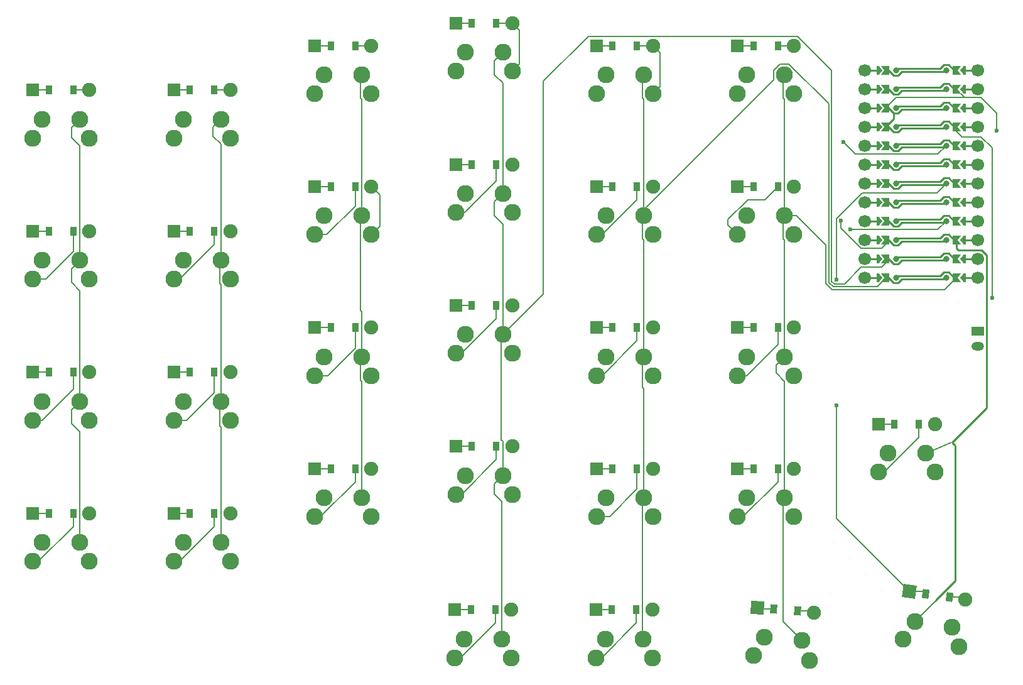
<source format=gbr>
%TF.GenerationSoftware,KiCad,Pcbnew,9.0.5*%
%TF.CreationDate,2025-11-01T14:53:46+08:00*%
%TF.ProjectId,main,6d61696e-2e6b-4696-9361-645f70636258,v1.0.0*%
%TF.SameCoordinates,Original*%
%TF.FileFunction,Copper,L2,Bot*%
%TF.FilePolarity,Positive*%
%FSLAX46Y46*%
G04 Gerber Fmt 4.6, Leading zero omitted, Abs format (unit mm)*
G04 Created by KiCad (PCBNEW 9.0.5) date 2025-11-01 14:53:46*
%MOMM*%
%LPD*%
G01*
G04 APERTURE LIST*
G04 Aperture macros list*
%AMRotRect*
0 Rectangle, with rotation*
0 The origin of the aperture is its center*
0 $1 length*
0 $2 width*
0 $3 Rotation angle, in degrees counterclockwise*
0 Add horizontal line*
21,1,$1,$2,0,0,$3*%
%AMFreePoly0*
4,1,6,0.250000,0.000000,-0.250000,-0.625000,-0.500000,-0.625000,-0.500000,0.625000,-0.250000,0.625000,0.250000,0.000000,0.250000,0.000000,$1*%
%AMFreePoly1*
4,1,6,0.500000,-0.625000,-0.650000,-0.625000,-0.150000,0.000000,-0.650000,0.625000,0.500000,0.625000,0.500000,-0.625000,0.500000,-0.625000,$1*%
G04 Aperture macros list end*
%TA.AperFunction,NonConductor*%
%ADD10C,0.200000*%
%TD*%
%TA.AperFunction,ComponentPad*%
%ADD11C,2.286000*%
%TD*%
%TA.AperFunction,ComponentPad*%
%ADD12R,1.778000X1.778000*%
%TD*%
%TA.AperFunction,SMDPad,CuDef*%
%ADD13R,0.900000X1.200000*%
%TD*%
%TA.AperFunction,ComponentPad*%
%ADD14C,1.905000*%
%TD*%
%TA.AperFunction,ComponentPad*%
%ADD15RotRect,1.778000X1.778000X352.000000*%
%TD*%
%TA.AperFunction,SMDPad,CuDef*%
%ADD16RotRect,0.900000X1.200000X352.000000*%
%TD*%
%TA.AperFunction,SMDPad,CuDef*%
%ADD17FreePoly0,180.000000*%
%TD*%
%TA.AperFunction,ComponentPad*%
%ADD18C,1.700000*%
%TD*%
%TA.AperFunction,SMDPad,CuDef*%
%ADD19FreePoly0,0.000000*%
%TD*%
%TA.AperFunction,SMDPad,CuDef*%
%ADD20FreePoly1,0.000000*%
%TD*%
%TA.AperFunction,ComponentPad*%
%ADD21C,0.800000*%
%TD*%
%TA.AperFunction,SMDPad,CuDef*%
%ADD22FreePoly1,180.000000*%
%TD*%
%TA.AperFunction,ComponentPad*%
%ADD23R,1.700000X1.200000*%
%TD*%
%TA.AperFunction,ComponentPad*%
%ADD24O,1.700000X1.200000*%
%TD*%
%TA.AperFunction,ComponentPad*%
%ADD25RotRect,1.778000X1.778000X355.000000*%
%TD*%
%TA.AperFunction,SMDPad,CuDef*%
%ADD26RotRect,0.900000X1.200000X355.000000*%
%TD*%
%TA.AperFunction,ViaPad*%
%ADD27C,0.600000*%
%TD*%
%TA.AperFunction,Conductor*%
%ADD28C,0.250000*%
%TD*%
%TA.AperFunction,Conductor*%
%ADD29C,0.200000*%
%TD*%
G04 APERTURE END LIST*
D10*
X149600000Y-77000000D02*
X146100000Y-78500000D01*
D11*
%TO.P,S11,1*%
%TO.N,P7*%
X65060000Y-46420000D03*
X70140000Y-46420000D03*
%TO.P,S11,2*%
%TO.N,ring_upper*%
X63790000Y-48960000D03*
X71410000Y-48960000D03*
%TD*%
%TO.P,S23,1*%
%TO.N,P10*%
X122060000Y-46420000D03*
X127140000Y-46420000D03*
%TO.P,S23,2*%
%TO.N,inner_upper*%
X120790000Y-48960000D03*
X128410000Y-48960000D03*
%TD*%
D12*
%TO.P,D4,1*%
%TO.N,P3*%
X25790000Y-29500000D03*
D13*
X27950000Y-29500000D03*
%TO.P,D4,2*%
%TO.N,outer_num*%
X31250000Y-29500000D03*
D14*
X33410000Y-29500000D03*
%TD*%
D12*
%TO.P,D2,1*%
%TO.N,P1*%
X25790000Y-67500000D03*
D13*
X27950000Y-67500000D03*
%TO.P,D2,2*%
%TO.N,outer_home*%
X31250000Y-67500000D03*
D14*
X33410000Y-67500000D03*
%TD*%
D12*
%TO.P,D27,1*%
%TO.N,P4*%
X101690000Y-99500000D03*
D13*
X103850000Y-99500000D03*
%TO.P,D27,2*%
%TO.N,2_top*%
X107150000Y-99500000D03*
D14*
X109310000Y-99500000D03*
%TD*%
D11*
%TO.P,S10,1*%
%TO.N,P7*%
X65060000Y-65420000D03*
X70140000Y-65420000D03*
%TO.P,S10,2*%
%TO.N,ring_home*%
X63790000Y-67960000D03*
X71410000Y-67960000D03*
%TD*%
%TO.P,S3,1*%
%TO.N,P16*%
X27060000Y-52420000D03*
X32140000Y-52420000D03*
%TO.P,S3,2*%
%TO.N,outer_upper*%
X25790000Y-54960000D03*
X33410000Y-54960000D03*
%TD*%
%TO.P,S29,1*%
%TO.N,P14*%
X144691718Y-101115942D03*
X149722280Y-101822938D03*
%TO.P,S29,2*%
%TO.N,4_top*%
X143080578Y-103454470D03*
X150626421Y-104514969D03*
%TD*%
%TO.P,S28,1*%
%TO.N,P10*%
X124412417Y-103217955D03*
X129473086Y-103660707D03*
%TO.P,S28,2*%
%TO.N,3_top*%
X122925874Y-105637602D03*
X130516877Y-106301729D03*
%TD*%
D12*
%TO.P,D25,1*%
%TO.N,P0*%
X139790000Y-74500000D03*
D13*
X141950000Y-74500000D03*
%TO.P,D25,2*%
%TO.N,innest_lower*%
X145250000Y-74500000D03*
D14*
X147410000Y-74500000D03*
%TD*%
D15*
%TO.P,D29,1*%
%TO.N,P4*%
X143979637Y-97057336D03*
D16*
X146118616Y-97357951D03*
%TO.P,D29,2*%
%TO.N,4_top*%
X149386500Y-97817223D03*
D14*
X151525479Y-98117838D03*
%TD*%
D11*
%TO.P,S24,1*%
%TO.N,P10*%
X122060000Y-27420000D03*
X127140000Y-27420000D03*
%TO.P,S24,2*%
%TO.N,inner_num*%
X120790000Y-29960000D03*
X128410000Y-29960000D03*
%TD*%
D12*
%TO.P,D8,1*%
%TO.N,P3*%
X44790000Y-29500000D03*
D13*
X46950000Y-29500000D03*
%TO.P,D8,2*%
%TO.N,pinkie_num*%
X50250000Y-29500000D03*
D14*
X52410000Y-29500000D03*
%TD*%
D12*
%TO.P,D9,1*%
%TO.N,P0*%
X63790000Y-80500000D03*
D13*
X65950000Y-80500000D03*
%TO.P,D9,2*%
%TO.N,ring_lower*%
X69250000Y-80500000D03*
D14*
X71410000Y-80500000D03*
%TD*%
D12*
%TO.P,D15,1*%
%TO.N,P2*%
X82790000Y-39500000D03*
D13*
X84950000Y-39500000D03*
%TO.P,D15,2*%
%TO.N,middle_upper*%
X88250000Y-39500000D03*
D14*
X90410000Y-39500000D03*
%TD*%
D12*
%TO.P,D23,1*%
%TO.N,P2*%
X120790000Y-42500000D03*
D13*
X122950000Y-42500000D03*
%TO.P,D23,2*%
%TO.N,inner_upper*%
X126250000Y-42500000D03*
D14*
X128410000Y-42500000D03*
%TD*%
D12*
%TO.P,D7,1*%
%TO.N,P2*%
X44790000Y-48500000D03*
D13*
X46950000Y-48500000D03*
%TO.P,D7,2*%
%TO.N,pinkie_upper*%
X50250000Y-48500000D03*
D14*
X52410000Y-48500000D03*
%TD*%
D12*
%TO.P,D14,1*%
%TO.N,P1*%
X82790000Y-58500000D03*
D13*
X84950000Y-58500000D03*
%TO.P,D14,2*%
%TO.N,middle_home*%
X88250000Y-58500000D03*
D14*
X90410000Y-58500000D03*
%TD*%
D12*
%TO.P,D16,1*%
%TO.N,P3*%
X82790000Y-20500000D03*
D13*
X84950000Y-20500000D03*
%TO.P,D16,2*%
%TO.N,middle_num*%
X88250000Y-20500000D03*
D14*
X90410000Y-20500000D03*
%TD*%
D11*
%TO.P,S18,1*%
%TO.N,P9*%
X103060000Y-65420000D03*
X108140000Y-65420000D03*
%TO.P,S18,2*%
%TO.N,index_home*%
X101790000Y-67960000D03*
X109410000Y-67960000D03*
%TD*%
%TO.P,S15,1*%
%TO.N,P8*%
X84060000Y-43420000D03*
X89140000Y-43420000D03*
%TO.P,S15,2*%
%TO.N,middle_upper*%
X82790000Y-45960000D03*
X90410000Y-45960000D03*
%TD*%
%TO.P,S1,1*%
%TO.N,P16*%
X27060000Y-90420000D03*
X32140000Y-90420000D03*
%TO.P,S1,2*%
%TO.N,outer_lower*%
X25790000Y-92960000D03*
X33410000Y-92960000D03*
%TD*%
%TO.P,S27,1*%
%TO.N,P9*%
X102960000Y-103420000D03*
X108040000Y-103420000D03*
%TO.P,S27,2*%
%TO.N,2_top*%
X101690000Y-105960000D03*
X109310000Y-105960000D03*
%TD*%
%TO.P,S14,1*%
%TO.N,P8*%
X84060000Y-62420000D03*
X89140000Y-62420000D03*
%TO.P,S14,2*%
%TO.N,middle_home*%
X82790000Y-64960000D03*
X90410000Y-64960000D03*
%TD*%
%TO.P,S6,1*%
%TO.N,P6*%
X46060000Y-71420000D03*
X51140000Y-71420000D03*
%TO.P,S6,2*%
%TO.N,pinkie_home*%
X44790000Y-73960000D03*
X52410000Y-73960000D03*
%TD*%
%TO.P,S13,1*%
%TO.N,P8*%
X84060000Y-81420000D03*
X89140000Y-81420000D03*
%TO.P,S13,2*%
%TO.N,middle_lower*%
X82790000Y-83960000D03*
X90410000Y-83960000D03*
%TD*%
%TO.P,S2,1*%
%TO.N,P16*%
X27060000Y-71420000D03*
X32140000Y-71420000D03*
%TO.P,S2,2*%
%TO.N,outer_home*%
X25790000Y-73960000D03*
X33410000Y-73960000D03*
%TD*%
D12*
%TO.P,D17,1*%
%TO.N,P0*%
X101790000Y-80500000D03*
D13*
X103950000Y-80500000D03*
%TO.P,D17,2*%
%TO.N,index_lower*%
X107250000Y-80500000D03*
D14*
X109410000Y-80500000D03*
%TD*%
D17*
%TO.P,MCU1,1*%
%TO.N,MCU1_1*%
X151055000Y-26800000D03*
D18*
X153175000Y-26800000D03*
D17*
%TO.P,MCU1,2*%
%TO.N,MCU1_2*%
X151055000Y-29340000D03*
D18*
X153175000Y-29340000D03*
D17*
%TO.P,MCU1,3*%
%TO.N,MCU1_3*%
X151055000Y-31880000D03*
D18*
X153175000Y-31880000D03*
D17*
%TO.P,MCU1,4*%
%TO.N,MCU1_4*%
X151055000Y-34420000D03*
D18*
X153175000Y-34420000D03*
D17*
%TO.P,MCU1,5*%
%TO.N,MCU1_5*%
X151055000Y-36960000D03*
D18*
X153175000Y-36960000D03*
D17*
%TO.P,MCU1,6*%
%TO.N,MCU1_6*%
X151055000Y-39500000D03*
D18*
X153175000Y-39500000D03*
D17*
%TO.P,MCU1,7*%
%TO.N,MCU1_7*%
X151055000Y-42040000D03*
D18*
X153175000Y-42040000D03*
D17*
%TO.P,MCU1,8*%
%TO.N,MCU1_8*%
X151055000Y-44580000D03*
D18*
X153175000Y-44580000D03*
D17*
%TO.P,MCU1,9*%
%TO.N,MCU1_9*%
X151055000Y-47120000D03*
D18*
X153175000Y-47120000D03*
D17*
%TO.P,MCU1,10*%
%TO.N,MCU1_10*%
X151055000Y-49660000D03*
D18*
X153175000Y-49660000D03*
D17*
%TO.P,MCU1,11*%
%TO.N,MCU1_11*%
X151055000Y-52200000D03*
D18*
X153175000Y-52200000D03*
D17*
%TO.P,MCU1,12*%
%TO.N,MCU1_12*%
X151055000Y-54740000D03*
D18*
X153175000Y-54740000D03*
%TO.P,MCU1,13*%
%TO.N,MCU1_13*%
X137935000Y-54740000D03*
D19*
X140055000Y-54740000D03*
D18*
%TO.P,MCU1,14*%
%TO.N,MCU1_14*%
X137935000Y-52200000D03*
D19*
X140055000Y-52200000D03*
D18*
%TO.P,MCU1,15*%
%TO.N,MCU1_15*%
X137935000Y-49660000D03*
D19*
X140055000Y-49660000D03*
D18*
%TO.P,MCU1,16*%
%TO.N,MCU1_16*%
X137935000Y-47120000D03*
D19*
X140055000Y-47120000D03*
D18*
%TO.P,MCU1,17*%
%TO.N,MCU1_17*%
X137935000Y-44580000D03*
D19*
X140055000Y-44580000D03*
D18*
%TO.P,MCU1,18*%
%TO.N,MCU1_18*%
X137935000Y-42040000D03*
D19*
X140055000Y-42040000D03*
D18*
%TO.P,MCU1,19*%
%TO.N,MCU1_19*%
X137935000Y-39500000D03*
D19*
X140055000Y-39500000D03*
D18*
%TO.P,MCU1,20*%
%TO.N,MCU1_20*%
X137935000Y-36960000D03*
D19*
X140055000Y-36960000D03*
D18*
%TO.P,MCU1,21*%
%TO.N,MCU1_21*%
X137935000Y-34420000D03*
D19*
X140055000Y-34420000D03*
D18*
%TO.P,MCU1,22*%
%TO.N,MCU1_22*%
X137935000Y-31880000D03*
D19*
X140055000Y-31880000D03*
D18*
%TO.P,MCU1,23*%
%TO.N,MCU1_23*%
X137935000Y-29340000D03*
D19*
X140055000Y-29340000D03*
D18*
%TO.P,MCU1,24*%
%TO.N,MCU1_24*%
X137935000Y-26800000D03*
D19*
X140055000Y-26800000D03*
D20*
%TO.P,MCU1,101*%
%TO.N,P1*%
X140780000Y-26800000D03*
D21*
X148955000Y-26800000D03*
D20*
%TO.P,MCU1,102*%
%TO.N,P0*%
X140780000Y-29340000D03*
D21*
X148955000Y-29340000D03*
D20*
%TO.P,MCU1,103*%
%TO.N,GND*%
X140780000Y-31880000D03*
D21*
X148955000Y-31880000D03*
D20*
%TO.P,MCU1,104*%
X140780000Y-34420000D03*
D21*
X148955000Y-34420000D03*
D20*
%TO.P,MCU1,105*%
%TO.N,P2*%
X140780000Y-36960000D03*
D21*
X148955000Y-36960000D03*
D20*
%TO.P,MCU1,106*%
%TO.N,P3*%
X140780000Y-39500000D03*
D21*
X148955000Y-39500000D03*
D20*
%TO.P,MCU1,107*%
%TO.N,P4*%
X140780000Y-42040000D03*
D21*
X148955000Y-42040000D03*
D20*
%TO.P,MCU1,108*%
%TO.N,P5*%
X140780000Y-44580000D03*
D21*
X148955000Y-44580000D03*
D20*
%TO.P,MCU1,109*%
%TO.N,P6*%
X140780000Y-47120000D03*
D21*
X148955000Y-47120000D03*
D20*
%TO.P,MCU1,110*%
%TO.N,P7*%
X140780000Y-49660000D03*
D21*
X148955000Y-49660000D03*
D20*
%TO.P,MCU1,111*%
%TO.N,P8*%
X140780000Y-52200000D03*
D21*
X148955000Y-52200000D03*
D20*
%TO.P,MCU1,112*%
%TO.N,P9*%
X140780000Y-54740000D03*
D21*
X148955000Y-54740000D03*
%TO.P,MCU1,113*%
%TO.N,P10*%
X142155000Y-54740000D03*
D22*
X150330000Y-54740000D03*
D21*
%TO.P,MCU1,114*%
%TO.N,P16*%
X142155000Y-52200000D03*
D22*
X150330000Y-52200000D03*
D21*
%TO.P,MCU1,115*%
%TO.N,P14*%
X142155000Y-49660000D03*
D22*
X150330000Y-49660000D03*
D21*
%TO.P,MCU1,116*%
%TO.N,P15*%
X142155000Y-47120000D03*
D22*
X150330000Y-47120000D03*
D21*
%TO.P,MCU1,117*%
%TO.N,P18*%
X142155000Y-44580000D03*
D22*
X150330000Y-44580000D03*
D21*
%TO.P,MCU1,118*%
%TO.N,P19*%
X142155000Y-42040000D03*
D22*
X150330000Y-42040000D03*
D21*
%TO.P,MCU1,119*%
%TO.N,P20*%
X142155000Y-39500000D03*
D22*
X150330000Y-39500000D03*
D21*
%TO.P,MCU1,120*%
%TO.N,P21*%
X142155000Y-36960000D03*
D22*
X150330000Y-36960000D03*
D21*
%TO.P,MCU1,121*%
%TO.N,VCC*%
X142155000Y-34420000D03*
D22*
X150330000Y-34420000D03*
D21*
%TO.P,MCU1,122*%
%TO.N,RST*%
X142155000Y-31880000D03*
D22*
X150330000Y-31880000D03*
D21*
%TO.P,MCU1,123*%
%TO.N,GND*%
X142155000Y-29340000D03*
D22*
X150330000Y-29340000D03*
D21*
%TO.P,MCU1,124*%
%TO.N,RAW*%
X142155000Y-26800000D03*
D22*
X150330000Y-26800000D03*
%TD*%
D11*
%TO.P,S4,1*%
%TO.N,P16*%
X27060000Y-33420000D03*
X32140000Y-33420000D03*
%TO.P,S4,2*%
%TO.N,outer_num*%
X25790000Y-35960000D03*
X33410000Y-35960000D03*
%TD*%
%TO.P,S26,1*%
%TO.N,P8*%
X83960000Y-103420000D03*
X89040000Y-103420000D03*
%TO.P,S26,2*%
%TO.N,1_top*%
X82690000Y-105960000D03*
X90310000Y-105960000D03*
%TD*%
D12*
%TO.P,D18,1*%
%TO.N,P1*%
X101790000Y-61500000D03*
D13*
X103950000Y-61500000D03*
%TO.P,D18,2*%
%TO.N,index_home*%
X107250000Y-61500000D03*
D14*
X109410000Y-61500000D03*
%TD*%
D12*
%TO.P,D19,1*%
%TO.N,P2*%
X101790000Y-42500000D03*
D13*
X103950000Y-42500000D03*
%TO.P,D19,2*%
%TO.N,index_upper*%
X107250000Y-42500000D03*
D14*
X109410000Y-42500000D03*
%TD*%
D12*
%TO.P,D3,1*%
%TO.N,P2*%
X25790000Y-48500000D03*
D13*
X27950000Y-48500000D03*
%TO.P,D3,2*%
%TO.N,outer_upper*%
X31250000Y-48500000D03*
D14*
X33410000Y-48500000D03*
%TD*%
D12*
%TO.P,D22,1*%
%TO.N,P1*%
X120790000Y-61500000D03*
D13*
X122950000Y-61500000D03*
%TO.P,D22,2*%
%TO.N,inner_home*%
X126250000Y-61500000D03*
D14*
X128410000Y-61500000D03*
%TD*%
D11*
%TO.P,S21,1*%
%TO.N,P10*%
X122060000Y-84420000D03*
X127140000Y-84420000D03*
%TO.P,S21,2*%
%TO.N,inner_lower*%
X120790000Y-86960000D03*
X128410000Y-86960000D03*
%TD*%
D12*
%TO.P,D13,1*%
%TO.N,P0*%
X82790000Y-77500000D03*
D13*
X84950000Y-77500000D03*
%TO.P,D13,2*%
%TO.N,middle_lower*%
X88250000Y-77500000D03*
D14*
X90410000Y-77500000D03*
%TD*%
D11*
%TO.P,S9,1*%
%TO.N,P7*%
X65060000Y-84420000D03*
X70140000Y-84420000D03*
%TO.P,S9,2*%
%TO.N,ring_lower*%
X63790000Y-86960000D03*
X71410000Y-86960000D03*
%TD*%
D12*
%TO.P,D6,1*%
%TO.N,P1*%
X44790000Y-67500000D03*
D13*
X46950000Y-67500000D03*
%TO.P,D6,2*%
%TO.N,pinkie_home*%
X50250000Y-67500000D03*
D14*
X52410000Y-67500000D03*
%TD*%
D11*
%TO.P,S17,1*%
%TO.N,P9*%
X103060000Y-84420000D03*
X108140000Y-84420000D03*
%TO.P,S17,2*%
%TO.N,index_lower*%
X101790000Y-86960000D03*
X109410000Y-86960000D03*
%TD*%
D23*
%TO.P,JST1,1*%
%TO.N,VCC*%
X153175000Y-61980000D03*
D24*
%TO.P,JST1,2*%
%TO.N,GND*%
X153175000Y-63980000D03*
%TD*%
D11*
%TO.P,S7,1*%
%TO.N,P6*%
X46060000Y-52420000D03*
X51140000Y-52420000D03*
%TO.P,S7,2*%
%TO.N,pinkie_upper*%
X44790000Y-54960000D03*
X52410000Y-54960000D03*
%TD*%
D12*
%TO.P,D12,1*%
%TO.N,P3*%
X63790000Y-23500000D03*
D13*
X65950000Y-23500000D03*
%TO.P,D12,2*%
%TO.N,ring_num*%
X69250000Y-23500000D03*
D14*
X71410000Y-23500000D03*
%TD*%
D12*
%TO.P,D20,1*%
%TO.N,P3*%
X101790000Y-23500000D03*
D13*
X103950000Y-23500000D03*
%TO.P,D20,2*%
%TO.N,index_num*%
X107250000Y-23500000D03*
D14*
X109410000Y-23500000D03*
%TD*%
D12*
%TO.P,D26,1*%
%TO.N,P4*%
X82690000Y-99500000D03*
D13*
X84850000Y-99500000D03*
%TO.P,D26,2*%
%TO.N,1_top*%
X88150000Y-99500000D03*
D14*
X90310000Y-99500000D03*
%TD*%
D11*
%TO.P,S12,1*%
%TO.N,P7*%
X65060000Y-27420000D03*
X70140000Y-27420000D03*
%TO.P,S12,2*%
%TO.N,ring_num*%
X63790000Y-29960000D03*
X71410000Y-29960000D03*
%TD*%
D25*
%TO.P,D28,1*%
%TO.N,P4*%
X123488900Y-99202185D03*
D26*
X125640681Y-99390441D03*
%TO.P,D28,2*%
%TO.N,3_top*%
X128928123Y-99678055D03*
D14*
X131079904Y-99866311D03*
%TD*%
D11*
%TO.P,S20,1*%
%TO.N,P9*%
X103060000Y-27420000D03*
X108140000Y-27420000D03*
%TO.P,S20,2*%
%TO.N,index_num*%
X101790000Y-29960000D03*
X109410000Y-29960000D03*
%TD*%
%TO.P,S22,1*%
%TO.N,P10*%
X122060000Y-65420000D03*
X127140000Y-65420000D03*
%TO.P,S22,2*%
%TO.N,inner_home*%
X120790000Y-67960000D03*
X128410000Y-67960000D03*
%TD*%
D12*
%TO.P,D11,1*%
%TO.N,P2*%
X63790000Y-42500000D03*
D13*
X65950000Y-42500000D03*
%TO.P,D11,2*%
%TO.N,ring_upper*%
X69250000Y-42500000D03*
D14*
X71410000Y-42500000D03*
%TD*%
D12*
%TO.P,D1,1*%
%TO.N,P0*%
X25790000Y-86500000D03*
D13*
X27950000Y-86500000D03*
%TO.P,D1,2*%
%TO.N,outer_lower*%
X31250000Y-86500000D03*
D14*
X33410000Y-86500000D03*
%TD*%
D11*
%TO.P,S5,1*%
%TO.N,P6*%
X46060000Y-90420000D03*
X51140000Y-90420000D03*
%TO.P,S5,2*%
%TO.N,pinkie_lower*%
X44790000Y-92960000D03*
X52410000Y-92960000D03*
%TD*%
D12*
%TO.P,D24,1*%
%TO.N,P3*%
X120790000Y-23500000D03*
D13*
X122950000Y-23500000D03*
%TO.P,D24,2*%
%TO.N,inner_num*%
X126250000Y-23500000D03*
D14*
X128410000Y-23500000D03*
%TD*%
D11*
%TO.P,S16,1*%
%TO.N,P8*%
X84060000Y-24420000D03*
X89140000Y-24420000D03*
%TO.P,S16,2*%
%TO.N,middle_num*%
X82790000Y-26960000D03*
X90410000Y-26960000D03*
%TD*%
D12*
%TO.P,D21,1*%
%TO.N,P0*%
X120790000Y-80500000D03*
D13*
X122950000Y-80500000D03*
%TO.P,D21,2*%
%TO.N,inner_lower*%
X126250000Y-80500000D03*
D14*
X128410000Y-80500000D03*
%TD*%
D11*
%TO.P,S25,1*%
%TO.N,P11*%
X141060000Y-78420000D03*
X146140000Y-78420000D03*
%TO.P,S25,2*%
%TO.N,innest_lower*%
X139790000Y-80960000D03*
X147410000Y-80960000D03*
%TD*%
D12*
%TO.P,D5,1*%
%TO.N,P0*%
X44790000Y-86500000D03*
D13*
X46950000Y-86500000D03*
%TO.P,D5,2*%
%TO.N,pinkie_lower*%
X50250000Y-86500000D03*
D14*
X52410000Y-86500000D03*
%TD*%
D12*
%TO.P,D10,1*%
%TO.N,P1*%
X63790000Y-61500000D03*
D13*
X65950000Y-61500000D03*
%TO.P,D10,2*%
%TO.N,ring_home*%
X69250000Y-61500000D03*
D14*
X71410000Y-61500000D03*
%TD*%
D11*
%TO.P,S19,1*%
%TO.N,P9*%
X103060000Y-46420000D03*
X108140000Y-46420000D03*
%TO.P,S19,2*%
%TO.N,index_upper*%
X101790000Y-48960000D03*
X109410000Y-48960000D03*
%TD*%
%TO.P,S8,1*%
%TO.N,P6*%
X46060000Y-33420000D03*
X51140000Y-33420000D03*
%TO.P,S8,2*%
%TO.N,pinkie_num*%
X44790000Y-35960000D03*
X52410000Y-35960000D03*
%TD*%
D27*
%TO.N,P6*%
X135990235Y-48261235D03*
%TO.N,P7*%
X134700000Y-47101827D03*
%TO.N,P2*%
X135100000Y-36500000D03*
%TO.N,P4*%
X134100000Y-55000000D03*
X134100000Y-72000000D03*
%TO.N,GND*%
X155728000Y-35000000D03*
%TO.N,VCC*%
X155100000Y-57500000D03*
%TD*%
D28*
%TO.N,P14*%
X150330000Y-50804000D02*
X150330000Y-49660000D01*
X150550000Y-51024000D02*
X150330000Y-50804000D01*
D29*
%TO.N,3_top*%
X130891648Y-99678055D02*
X131079904Y-99866311D01*
X128928123Y-99678055D02*
X130891648Y-99678055D01*
%TO.N,P4*%
X123677156Y-99390441D02*
X123488900Y-99202185D01*
X125640681Y-99390441D02*
X123677156Y-99390441D01*
%TO.N,4_top*%
X151224864Y-97817223D02*
X151525479Y-98117838D01*
X149386500Y-97817223D02*
X151224864Y-97817223D01*
%TO.N,P4*%
X145818001Y-97057336D02*
X146118616Y-97357951D01*
X143979637Y-97057336D02*
X145818001Y-97057336D01*
%TO.N,middle_lower*%
X83562125Y-83960000D02*
X82790000Y-83960000D01*
X88250000Y-79272125D02*
X83562125Y-83960000D01*
X88250000Y-77500000D02*
X88250000Y-79272125D01*
%TO.N,P0*%
X82790000Y-77500000D02*
X84950000Y-77500000D01*
X63790000Y-80500000D02*
X65950000Y-80500000D01*
%TO.N,ring_lower*%
X64562125Y-86960000D02*
X63790000Y-86960000D01*
X69250000Y-82272125D02*
X64562125Y-86960000D01*
X69250000Y-80500000D02*
X69250000Y-82272125D01*
%TO.N,P1*%
X65950000Y-61500000D02*
X63790000Y-61500000D01*
X84950000Y-58500000D02*
X82790000Y-58500000D01*
X103950000Y-61500000D02*
X101790000Y-61500000D01*
%TO.N,innest_lower*%
X140562125Y-80960000D02*
X139790000Y-80960000D01*
X145250000Y-76272125D02*
X140562125Y-80960000D01*
X145250000Y-74500000D02*
X145250000Y-76272125D01*
%TO.N,P0*%
X139790000Y-74500000D02*
X141950000Y-74500000D01*
%TO.N,index_home*%
X107250000Y-63272125D02*
X102562125Y-67960000D01*
X107250000Y-61500000D02*
X107250000Y-63272125D01*
X102562125Y-67960000D02*
X101790000Y-67960000D01*
%TO.N,middle_home*%
X83562125Y-64960000D02*
X82790000Y-64960000D01*
X88250000Y-60272125D02*
X83562125Y-64960000D01*
X88250000Y-58500000D02*
X88250000Y-60272125D01*
%TO.N,ring_home*%
X69250000Y-64250000D02*
X65540000Y-67960000D01*
X69250000Y-61500000D02*
X69250000Y-64250000D01*
X65540000Y-67960000D02*
X63790000Y-67960000D01*
%TO.N,pinkie_home*%
X46540000Y-73960000D02*
X44790000Y-73960000D01*
X50250000Y-70250000D02*
X46540000Y-73960000D01*
X50250000Y-67500000D02*
X50250000Y-70250000D01*
%TO.N,outer_home*%
X27040000Y-73960000D02*
X25790000Y-73960000D01*
X31250000Y-67500000D02*
X31250000Y-69750000D01*
X31250000Y-69750000D02*
X27040000Y-73960000D01*
%TO.N,pinkie_upper*%
X50250000Y-50272125D02*
X45562125Y-54960000D01*
X45562125Y-54960000D02*
X44790000Y-54960000D01*
X50250000Y-48500000D02*
X50250000Y-50272125D01*
%TO.N,P2*%
X44790000Y-48500000D02*
X46950000Y-48500000D01*
%TO.N,ring_upper*%
X65406446Y-48960000D02*
X63790000Y-48960000D01*
X69250000Y-45116446D02*
X65406446Y-48960000D01*
X69250000Y-42500000D02*
X69250000Y-45116446D01*
X72553000Y-43643000D02*
X71410000Y-42500000D01*
X72553000Y-47817000D02*
X72553000Y-43643000D01*
X71410000Y-48960000D02*
X72553000Y-47817000D01*
%TO.N,P2*%
X63790000Y-42500000D02*
X65950000Y-42500000D01*
%TO.N,middle_upper*%
X84040000Y-45960000D02*
X82790000Y-45960000D01*
X88250000Y-39500000D02*
X88250000Y-41750000D01*
X88250000Y-41750000D02*
X84040000Y-45960000D01*
%TO.N,P2*%
X82790000Y-39500000D02*
X84950000Y-39500000D01*
X101790000Y-42500000D02*
X103950000Y-42500000D01*
%TO.N,index_upper*%
X102562125Y-48960000D02*
X101790000Y-48960000D01*
X107250000Y-44272125D02*
X102562125Y-48960000D01*
X107250000Y-42500000D02*
X107250000Y-44272125D01*
%TO.N,outer_upper*%
X27540000Y-54960000D02*
X25790000Y-54960000D01*
X31250000Y-51250000D02*
X27540000Y-54960000D01*
X31250000Y-48500000D02*
X31250000Y-51250000D01*
%TO.N,outer_lower*%
X26562125Y-92960000D02*
X25790000Y-92960000D01*
X31250000Y-88272125D02*
X26562125Y-92960000D01*
X31250000Y-86500000D02*
X31250000Y-88272125D01*
%TO.N,P0*%
X25790000Y-86500000D02*
X27950000Y-86500000D01*
%TO.N,pinkie_lower*%
X45562125Y-92960000D02*
X44790000Y-92960000D01*
X50250000Y-88272125D02*
X45562125Y-92960000D01*
X50250000Y-86500000D02*
X50250000Y-88272125D01*
%TO.N,1_top*%
X83462125Y-105960000D02*
X82690000Y-105960000D01*
X88150000Y-101272125D02*
X83462125Y-105960000D01*
X88150000Y-99500000D02*
X88150000Y-101272125D01*
%TO.N,P4*%
X82690000Y-99500000D02*
X84850000Y-99500000D01*
X101690000Y-99500000D02*
X103850000Y-99500000D01*
%TO.N,2_top*%
X102462125Y-105960000D02*
X101690000Y-105960000D01*
X107150000Y-99500000D02*
X107150000Y-101272125D01*
X107150000Y-101272125D02*
X102462125Y-105960000D01*
%TO.N,index_lower*%
X103540000Y-86960000D02*
X101790000Y-86960000D01*
X107250000Y-80500000D02*
X107250000Y-83250000D01*
X107250000Y-83250000D02*
X103540000Y-86960000D01*
%TO.N,P0*%
X103950000Y-80500000D02*
X101790000Y-80500000D01*
%TO.N,inner_lower*%
X126250000Y-82272125D02*
X121562125Y-86960000D01*
X126250000Y-80500000D02*
X126250000Y-82272125D01*
X121562125Y-86960000D02*
X120790000Y-86960000D01*
%TO.N,P0*%
X120790000Y-80500000D02*
X122950000Y-80500000D01*
%TO.N,inner_home*%
X122040000Y-67960000D02*
X120790000Y-67960000D01*
X126250000Y-63750000D02*
X122040000Y-67960000D01*
X126250000Y-61500000D02*
X126250000Y-63750000D01*
%TO.N,P1*%
X120790000Y-61500000D02*
X122950000Y-61500000D01*
%TO.N,inner_upper*%
X119500000Y-46937875D02*
X119500000Y-47670000D01*
X122165750Y-44272125D02*
X119500000Y-46937875D01*
X124477875Y-44272125D02*
X122165750Y-44272125D01*
X119500000Y-47670000D02*
X120790000Y-48960000D01*
X126250000Y-42500000D02*
X124477875Y-44272125D01*
%TO.N,P2*%
X120790000Y-42500000D02*
X122950000Y-42500000D01*
%TO.N,inner_num*%
X126250000Y-23500000D02*
X128410000Y-23500000D01*
%TO.N,P3*%
X120790000Y-23500000D02*
X122950000Y-23500000D01*
%TO.N,index_num*%
X107250000Y-23500000D02*
X109410000Y-23500000D01*
%TO.N,P3*%
X101790000Y-23500000D02*
X103950000Y-23500000D01*
%TO.N,middle_num*%
X88250000Y-20500000D02*
X90410000Y-20500000D01*
%TO.N,P3*%
X82790000Y-20500000D02*
X84950000Y-20500000D01*
%TO.N,ring_num*%
X69250000Y-23500000D02*
X71410000Y-23500000D01*
%TO.N,P3*%
X63790000Y-23500000D02*
X65950000Y-23500000D01*
%TO.N,pinkie_num*%
X50250000Y-29500000D02*
X52410000Y-29500000D01*
%TO.N,P3*%
X44790000Y-29500000D02*
X46950000Y-29500000D01*
%TO.N,outer_num*%
X31250000Y-29500000D02*
X33410000Y-29500000D01*
%TO.N,P3*%
X25790000Y-29500000D02*
X27950000Y-29500000D01*
%TO.N,P2*%
X25790000Y-48500000D02*
X27950000Y-48500000D01*
%TO.N,P1*%
X25790000Y-67500000D02*
X27950000Y-67500000D01*
X44790000Y-67500000D02*
X46950000Y-67500000D01*
%TO.N,pinkie_lower*%
X50250000Y-86500000D02*
X50500000Y-86500000D01*
%TO.N,P0*%
X46950000Y-86500000D02*
X44790000Y-86500000D01*
%TO.N,P16*%
X32140000Y-33420000D02*
X30997000Y-34563000D01*
D28*
X148654695Y-51475000D02*
X148149695Y-51980000D01*
X150330000Y-52200000D02*
X149980305Y-52200000D01*
D29*
X30997000Y-72563000D02*
X30997000Y-74397000D01*
X30997000Y-55397000D02*
X32140000Y-56540000D01*
X30997000Y-34563000D02*
X30997000Y-35897000D01*
D28*
X149255305Y-51475000D02*
X148654695Y-51475000D01*
D29*
X32140000Y-52420000D02*
X30997000Y-53563000D01*
X32140000Y-71420000D02*
X30997000Y-72563000D01*
X30997000Y-53563000D02*
X30997000Y-55397000D01*
X30997000Y-35897000D02*
X32140000Y-37040000D01*
X32140000Y-75540000D02*
X32140000Y-90420000D01*
D28*
X148149695Y-51980000D02*
X142375000Y-51980000D01*
D29*
X32140000Y-37040000D02*
X32140000Y-52420000D01*
X30997000Y-74397000D02*
X32140000Y-75540000D01*
X32140000Y-56540000D02*
X32140000Y-71420000D01*
D28*
X149980305Y-52200000D02*
X149255305Y-51475000D01*
D29*
%TO.N,P6*%
X147804000Y-48271000D02*
X148955000Y-47120000D01*
X135990235Y-48261235D02*
X136000000Y-48271000D01*
X50966000Y-55558125D02*
X50966000Y-52594000D01*
D28*
X142455305Y-47845000D02*
X142950305Y-47350000D01*
D29*
X50100000Y-35692125D02*
X50100000Y-34460000D01*
X51140000Y-36732125D02*
X50100000Y-35692125D01*
X51140000Y-74959999D02*
X50966000Y-74785999D01*
X50966000Y-74785999D02*
X50966000Y-71594000D01*
D28*
X142950305Y-47350000D02*
X148725000Y-47350000D01*
D29*
X51140000Y-52420000D02*
X51140000Y-36732125D01*
D28*
X141129695Y-47120000D02*
X141854695Y-47845000D01*
D29*
X50966000Y-52594000D02*
X51140000Y-52420000D01*
D28*
X141854695Y-47845000D02*
X142455305Y-47845000D01*
D29*
X50966000Y-71594000D02*
X51140000Y-71420000D01*
X51140000Y-90420000D02*
X51140000Y-74959999D01*
X50100000Y-34460000D02*
X51140000Y-33420000D01*
X136000000Y-48271000D02*
X147804000Y-48271000D01*
X51140000Y-55732125D02*
X50966000Y-55558125D01*
D28*
X140780000Y-47120000D02*
X141129695Y-47120000D01*
D29*
X51140000Y-71420000D02*
X51140000Y-55732125D01*
%TO.N,P7*%
X69966000Y-27594000D02*
X70140000Y-27420000D01*
X137458240Y-50811000D02*
X140259000Y-50811000D01*
D28*
X141854695Y-50385000D02*
X142455305Y-50385000D01*
X142455305Y-50385000D02*
X142950305Y-49890000D01*
D29*
X70140000Y-30732125D02*
X69966000Y-30558125D01*
X69944900Y-46615100D02*
X69944900Y-59153100D01*
X134700000Y-47101827D02*
X134700000Y-48052760D01*
X69966000Y-30558125D02*
X69966000Y-27594000D01*
D28*
X142950305Y-49890000D02*
X148725000Y-49890000D01*
X141129695Y-49660000D02*
X141854695Y-50385000D01*
D29*
X69944900Y-59153100D02*
X70140000Y-59348200D01*
X140259000Y-50811000D02*
X140780000Y-50290000D01*
X70140000Y-46420000D02*
X70140000Y-30732125D01*
X70140000Y-59348200D02*
X70140000Y-65420000D01*
X70140000Y-46420000D02*
X69944900Y-46615100D01*
D28*
X140780000Y-49660000D02*
X141129695Y-49660000D01*
D29*
X134700000Y-48052760D02*
X137458240Y-50811000D01*
X140780000Y-50290000D02*
X140780000Y-49660000D01*
X69966000Y-65594000D02*
X70140000Y-65420000D01*
X70140000Y-68732125D02*
X69966000Y-68558125D01*
X70140000Y-84420000D02*
X70140000Y-68732125D01*
X69966000Y-68558125D02*
X69966000Y-65594000D01*
%TO.N,P8*%
X133499000Y-26816283D02*
X133499000Y-55248943D01*
X128929217Y-22246500D02*
X133499000Y-26816283D01*
X89140000Y-28540000D02*
X89140000Y-43420000D01*
X89140000Y-47540000D02*
X89140000Y-62420000D01*
X133499000Y-55248943D02*
X133851057Y-55601000D01*
X87997000Y-46397000D02*
X89140000Y-47540000D01*
X94600000Y-28310000D02*
X100663500Y-22246500D01*
X140259000Y-53351000D02*
X140780000Y-52830000D01*
D28*
X142950305Y-52430000D02*
X148725000Y-52430000D01*
D29*
X133851057Y-55601000D02*
X135208240Y-55601000D01*
X87997000Y-27397000D02*
X89140000Y-28540000D01*
X89140000Y-24420000D02*
X87997000Y-25563000D01*
X89140000Y-76773000D02*
X89140000Y-81420000D01*
X89140000Y-62420000D02*
X88966000Y-62594000D01*
X137458240Y-53351000D02*
X140259000Y-53351000D01*
X87997000Y-83897000D02*
X89040000Y-84940000D01*
X89140000Y-81420000D02*
X87997000Y-82563000D01*
X89140000Y-62420000D02*
X94600000Y-56960000D01*
X140780000Y-52830000D02*
X140780000Y-52200000D01*
X87997000Y-25563000D02*
X87997000Y-27397000D01*
X94600000Y-56960000D02*
X94600000Y-28310000D01*
X100663500Y-22246500D02*
X128929217Y-22246500D01*
X89040000Y-84940000D02*
X89040000Y-103420000D01*
D28*
X140780000Y-52200000D02*
X141129695Y-52200000D01*
D29*
X87997000Y-44563000D02*
X87997000Y-46397000D01*
X88966000Y-62594000D02*
X88966000Y-76599000D01*
X135208240Y-55601000D02*
X137458240Y-53351000D01*
D28*
X142455305Y-52925000D02*
X142950305Y-52430000D01*
X141129695Y-52200000D02*
X141854695Y-52925000D01*
X141854695Y-52925000D02*
X142455305Y-52925000D01*
D29*
X89140000Y-43420000D02*
X87997000Y-44563000D01*
X88966000Y-76599000D02*
X89140000Y-76773000D01*
X87997000Y-82563000D02*
X87997000Y-83897000D01*
%TO.N,middle_num*%
X91362500Y-26007500D02*
X90410000Y-26960000D01*
X90410000Y-20500000D02*
X91362500Y-21452500D01*
X91362500Y-21452500D02*
X91362500Y-26007500D01*
%TO.N,P9*%
X107966000Y-30558125D02*
X107966000Y-27594000D01*
X133098000Y-55415043D02*
X133684957Y-56002000D01*
X108140000Y-65420000D02*
X108140000Y-49732125D01*
X108140000Y-49732125D02*
X107966000Y-49558125D01*
X107966000Y-46594000D02*
X108140000Y-46420000D01*
X108140000Y-69723811D02*
X107966000Y-69549811D01*
X107966000Y-27594000D02*
X108140000Y-27420000D01*
X108140000Y-46420000D02*
X108140000Y-30732125D01*
X107966000Y-65594000D02*
X108140000Y-65420000D01*
D28*
X142950305Y-54970000D02*
X148725000Y-54970000D01*
D29*
X107966000Y-84594000D02*
X108140000Y-84420000D01*
X107966000Y-49558125D02*
X107966000Y-46594000D01*
D28*
X141854695Y-55465000D02*
X142455305Y-55465000D01*
D29*
X125696000Y-26821875D02*
X126541875Y-25976000D01*
X133098000Y-31335875D02*
X133098000Y-55415043D01*
X108140000Y-45643811D02*
X125696000Y-28087811D01*
X108140000Y-84420000D02*
X108140000Y-69723811D01*
X108140000Y-46420000D02*
X108140000Y-45643811D01*
X107966000Y-69549811D02*
X107966000Y-65594000D01*
D28*
X140780000Y-54740000D02*
X141129695Y-54740000D01*
D29*
X126541875Y-25976000D02*
X127738125Y-25976000D01*
X108040000Y-103420000D02*
X107966000Y-103346000D01*
X139600707Y-56002000D02*
X140780000Y-54822707D01*
D28*
X142455305Y-55465000D02*
X142950305Y-54970000D01*
D29*
X125696000Y-28087811D02*
X125696000Y-26821875D01*
X107966000Y-103346000D02*
X107966000Y-84594000D01*
X133684957Y-56002000D02*
X139600707Y-56002000D01*
X140780000Y-54822707D02*
X140780000Y-54740000D01*
D28*
X141129695Y-54740000D02*
X141854695Y-55465000D01*
D29*
X127738125Y-25976000D02*
X133098000Y-31335875D01*
X108140000Y-30732125D02*
X107966000Y-30558125D01*
%TO.N,index_num*%
X110362500Y-29007500D02*
X109410000Y-29960000D01*
X110362500Y-24452500D02*
X110362500Y-29007500D01*
X109410000Y-23500000D02*
X110362500Y-24452500D01*
%TO.N,P10*%
X126966000Y-46594000D02*
X127140000Y-46420000D01*
X132697000Y-50360554D02*
X132697000Y-55581143D01*
X126966000Y-49558125D02*
X126966000Y-46594000D01*
X127140000Y-68732125D02*
X125997000Y-67589125D01*
X133518857Y-56403000D02*
X148667000Y-56403000D01*
D28*
X149255305Y-54015000D02*
X148654695Y-54015000D01*
D29*
X125997000Y-66563000D02*
X127140000Y-65420000D01*
X127140000Y-49732125D02*
X126966000Y-49558125D01*
D28*
X148654695Y-54015000D02*
X148149695Y-54520000D01*
D29*
X127140000Y-30732125D02*
X126966000Y-30558125D01*
X128756446Y-46420000D02*
X132697000Y-50360554D01*
X129473086Y-103660707D02*
X126944900Y-101132521D01*
X148667000Y-56403000D02*
X150330000Y-54740000D01*
X126966000Y-27594000D02*
X127140000Y-27420000D01*
X126944900Y-101132521D02*
X126944900Y-84615100D01*
D28*
X150330000Y-54740000D02*
X149980305Y-54740000D01*
D29*
X125997000Y-67589125D02*
X125997000Y-66563000D01*
X127140000Y-84420000D02*
X127140000Y-68732125D01*
X126944900Y-84615100D02*
X127140000Y-84420000D01*
D28*
X149980305Y-54740000D02*
X149255305Y-54015000D01*
D29*
X132697000Y-55581143D02*
X133518857Y-56403000D01*
X127140000Y-46420000D02*
X128756446Y-46420000D01*
D28*
X148149695Y-54520000D02*
X142375000Y-54520000D01*
D29*
X127140000Y-46420000D02*
X127140000Y-30732125D01*
X126966000Y-30558125D02*
X126966000Y-27594000D01*
X127140000Y-65420000D02*
X127140000Y-49732125D01*
D28*
%TO.N,P14*%
X150550000Y-51024000D02*
X153662116Y-51024000D01*
X153662116Y-51024000D02*
X154351000Y-51712884D01*
X154351000Y-72286480D02*
X149686480Y-76951000D01*
X149980305Y-49660000D02*
X149255305Y-48935000D01*
X154351000Y-51712884D02*
X154351000Y-72286480D01*
X149686480Y-76951000D02*
X150100000Y-77364520D01*
X147478100Y-98245682D02*
X147478100Y-98329557D01*
X150100000Y-77364520D02*
X150100000Y-95623782D01*
X148654695Y-48935000D02*
X148149695Y-49440000D01*
X149255305Y-48935000D02*
X148654695Y-48935000D01*
X148149695Y-49440000D02*
X142375000Y-49440000D01*
X150330000Y-49660000D02*
X149980305Y-49660000D01*
D29*
X144691718Y-101115939D02*
X147478100Y-98329557D01*
D28*
X150100000Y-95623782D02*
X147478100Y-98245682D01*
%TO.N,P0*%
X142455305Y-30065000D02*
X142950305Y-29570000D01*
X141129695Y-29340000D02*
X141854695Y-30065000D01*
X142950305Y-29570000D02*
X148725000Y-29570000D01*
X141854695Y-30065000D02*
X142455305Y-30065000D01*
X140780000Y-29340000D02*
X141129695Y-29340000D01*
%TO.N,P1*%
X141854695Y-27525000D02*
X142455305Y-27525000D01*
X142455305Y-27525000D02*
X142950305Y-27030000D01*
X140780000Y-26800000D02*
X141129695Y-26800000D01*
X142950305Y-27030000D02*
X148725000Y-27030000D01*
X141129695Y-26800000D02*
X141854695Y-27525000D01*
D29*
%TO.N,P2*%
X147804000Y-38111000D02*
X148955000Y-36960000D01*
X135100000Y-36500000D02*
X136711000Y-38111000D01*
D28*
X141854695Y-37685000D02*
X142455305Y-37685000D01*
X140780000Y-36960000D02*
X141129695Y-36960000D01*
X142950305Y-37190000D02*
X148725000Y-37190000D01*
D29*
X136711000Y-38111000D02*
X147804000Y-38111000D01*
D28*
X142455305Y-37685000D02*
X142950305Y-37190000D01*
X141129695Y-36960000D02*
X141854695Y-37685000D01*
%TO.N,P3*%
X142950305Y-39730000D02*
X148725000Y-39730000D01*
X141854695Y-40225000D02*
X142455305Y-40225000D01*
X142455305Y-40225000D02*
X142950305Y-39730000D01*
X140780000Y-39500000D02*
X141129695Y-39500000D01*
X141129695Y-39500000D02*
X141854695Y-40225000D01*
%TO.N,P4*%
X140780000Y-42040000D02*
X141129695Y-42040000D01*
X142455305Y-42765000D02*
X142950305Y-42270000D01*
X141854695Y-42765000D02*
X142455305Y-42765000D01*
X142950305Y-42270000D02*
X148725000Y-42270000D01*
D29*
X134100000Y-72000000D02*
X134100000Y-87177699D01*
X147675000Y-43320000D02*
X148955000Y-42040000D01*
X134100000Y-46787240D02*
X137567240Y-43320000D01*
X134100000Y-55000000D02*
X134100000Y-46787240D01*
X137567240Y-43320000D02*
X147675000Y-43320000D01*
D28*
X141129695Y-42040000D02*
X141854695Y-42765000D01*
D29*
X134100000Y-87177699D02*
X143979637Y-97057336D01*
D28*
%TO.N,RAW*%
X148149695Y-26580000D02*
X142375000Y-26580000D01*
X148654695Y-26075000D02*
X148149695Y-26580000D01*
X150330000Y-26800000D02*
X149980305Y-26800000D01*
X149980305Y-26800000D02*
X149255305Y-26075000D01*
X149255305Y-26075000D02*
X148654695Y-26075000D01*
D29*
%TO.N,GND*%
X155728000Y-32628000D02*
X153591000Y-30491000D01*
D28*
X148149695Y-29120000D02*
X142375000Y-29120000D01*
D29*
X151398249Y-30491000D02*
X142169000Y-30491000D01*
D28*
X149255305Y-28615000D02*
X148654695Y-28615000D01*
X141129695Y-34420000D02*
X141854695Y-35145000D01*
X149980305Y-29340000D02*
X149255305Y-28615000D01*
X148654695Y-28615000D02*
X148149695Y-29120000D01*
X141129695Y-31880000D02*
X141854695Y-32605000D01*
X142455305Y-32605000D02*
X142950305Y-32110000D01*
X142950305Y-32110000D02*
X148725000Y-32110000D01*
X141854695Y-32605000D02*
X141854695Y-33345305D01*
D29*
X142169000Y-30491000D02*
X140780000Y-31880000D01*
X155728000Y-35000000D02*
X155728000Y-32628000D01*
D28*
X142455305Y-35145000D02*
X142950305Y-34650000D01*
X150330000Y-29340000D02*
X149980305Y-29340000D01*
D29*
X151398249Y-30491000D02*
X150330000Y-29422751D01*
D28*
X142950305Y-34650000D02*
X148725000Y-34650000D01*
X141854695Y-33345305D02*
X140780000Y-34420000D01*
X140780000Y-34420000D02*
X141129695Y-34420000D01*
D29*
X150330000Y-29422751D02*
X150330000Y-29340000D01*
D28*
X141854695Y-35145000D02*
X142455305Y-35145000D01*
X140780000Y-31880000D02*
X141129695Y-31880000D01*
D29*
X153591000Y-30491000D02*
X151398249Y-30491000D01*
D28*
X141854695Y-32605000D02*
X142455305Y-32605000D01*
%TO.N,RST*%
X149980305Y-31880000D02*
X149255305Y-31155000D01*
X149255305Y-31155000D02*
X148654695Y-31155000D01*
X150330000Y-31880000D02*
X149980305Y-31880000D01*
X148149695Y-31660000D02*
X142375000Y-31660000D01*
X148654695Y-31155000D02*
X148149695Y-31660000D01*
%TO.N,VCC*%
X149255305Y-33695000D02*
X148654695Y-33695000D01*
D29*
X153651760Y-35809000D02*
X151089000Y-35809000D01*
X151089000Y-35809000D02*
X150330000Y-35050000D01*
D28*
X150330000Y-34420000D02*
X149980305Y-34420000D01*
D29*
X150330000Y-35050000D02*
X150330000Y-34420000D01*
D28*
X148149695Y-34200000D02*
X142375000Y-34200000D01*
X148654695Y-33695000D02*
X148149695Y-34200000D01*
X149980305Y-34420000D02*
X149255305Y-33695000D01*
D29*
X155100000Y-37257240D02*
X153651760Y-35809000D01*
X155100000Y-57500000D02*
X155100000Y-37257240D01*
D28*
%TO.N,P21*%
X149255305Y-36235000D02*
X148654695Y-36235000D01*
X150330000Y-36960000D02*
X149980305Y-36960000D01*
X148654695Y-36235000D02*
X148149695Y-36740000D01*
X149980305Y-36960000D02*
X149255305Y-36235000D01*
X148149695Y-36740000D02*
X142375000Y-36740000D01*
%TO.N,P20*%
X148654695Y-38775000D02*
X148149695Y-39280000D01*
X149980305Y-39500000D02*
X149255305Y-38775000D01*
X149255305Y-38775000D02*
X148654695Y-38775000D01*
X148149695Y-39280000D02*
X142375000Y-39280000D01*
X150330000Y-39500000D02*
X149980305Y-39500000D01*
%TO.N,P19*%
X149980305Y-42040000D02*
X149255305Y-41315000D01*
X148654695Y-41315000D02*
X148149695Y-41820000D01*
X150330000Y-42040000D02*
X149980305Y-42040000D01*
X148149695Y-41820000D02*
X142375000Y-41820000D01*
X149255305Y-41315000D02*
X148654695Y-41315000D01*
%TO.N,P18*%
X150330000Y-44580000D02*
X149980305Y-44580000D01*
X148149695Y-44360000D02*
X142375000Y-44360000D01*
X148654695Y-43855000D02*
X148149695Y-44360000D01*
X149255305Y-43855000D02*
X148654695Y-43855000D01*
X149980305Y-44580000D02*
X149255305Y-43855000D01*
%TO.N,P15*%
X150330000Y-47120000D02*
X149980305Y-47120000D01*
X149980305Y-47120000D02*
X149255305Y-46395000D01*
X148149695Y-46900000D02*
X142375000Y-46900000D01*
X148654695Y-46395000D02*
X148149695Y-46900000D01*
X149255305Y-46395000D02*
X148654695Y-46395000D01*
%TO.N,P5*%
X141129695Y-44580000D02*
X141854695Y-45305000D01*
X141854695Y-45305000D02*
X142455305Y-45305000D01*
X142455305Y-45305000D02*
X142950305Y-44810000D01*
X142950305Y-44810000D02*
X148725000Y-44810000D01*
X140780000Y-44580000D02*
X141129695Y-44580000D01*
%TO.N,MCU1_24*%
X137935000Y-26800000D02*
X140055000Y-26800000D01*
%TO.N,MCU1_1*%
X153175000Y-26800000D02*
X151055000Y-26800000D01*
%TO.N,MCU1_23*%
X137935000Y-29340000D02*
X140055000Y-29340000D01*
%TO.N,MCU1_2*%
X153175000Y-29340000D02*
X151055000Y-29340000D01*
%TO.N,MCU1_22*%
X137935000Y-31880000D02*
X140055000Y-31880000D01*
%TO.N,MCU1_3*%
X153175000Y-31880000D02*
X151055000Y-31880000D01*
%TO.N,MCU1_21*%
X137935000Y-34420000D02*
X140055000Y-34420000D01*
%TO.N,MCU1_4*%
X153175000Y-34420000D02*
X151055000Y-34420000D01*
%TO.N,MCU1_20*%
X137935000Y-36960000D02*
X140055000Y-36960000D01*
%TO.N,MCU1_5*%
X153175000Y-36960000D02*
X151055000Y-36960000D01*
%TO.N,MCU1_19*%
X137935000Y-39500000D02*
X140055000Y-39500000D01*
%TO.N,MCU1_6*%
X153175000Y-39500000D02*
X151055000Y-39500000D01*
%TO.N,MCU1_18*%
X137935000Y-42040000D02*
X140055000Y-42040000D01*
%TO.N,MCU1_7*%
X153175000Y-42040000D02*
X151055000Y-42040000D01*
%TO.N,MCU1_17*%
X137935000Y-44580000D02*
X140055000Y-44580000D01*
%TO.N,MCU1_8*%
X153175000Y-44580000D02*
X151055000Y-44580000D01*
%TO.N,MCU1_16*%
X137935000Y-47120000D02*
X140055000Y-47120000D01*
%TO.N,MCU1_9*%
X153175000Y-47120000D02*
X151055000Y-47120000D01*
%TO.N,MCU1_15*%
X137935000Y-49660000D02*
X140055000Y-49660000D01*
%TO.N,MCU1_10*%
X153175000Y-49660000D02*
X151055000Y-49660000D01*
%TO.N,MCU1_14*%
X137935000Y-52200000D02*
X140055000Y-52200000D01*
%TO.N,MCU1_11*%
X153175000Y-52200000D02*
X151055000Y-52200000D01*
%TO.N,MCU1_13*%
X137935000Y-54740000D02*
X140055000Y-54740000D01*
%TO.N,MCU1_12*%
X153175000Y-54740000D02*
X151055000Y-54740000D01*
%TD*%
M02*

</source>
